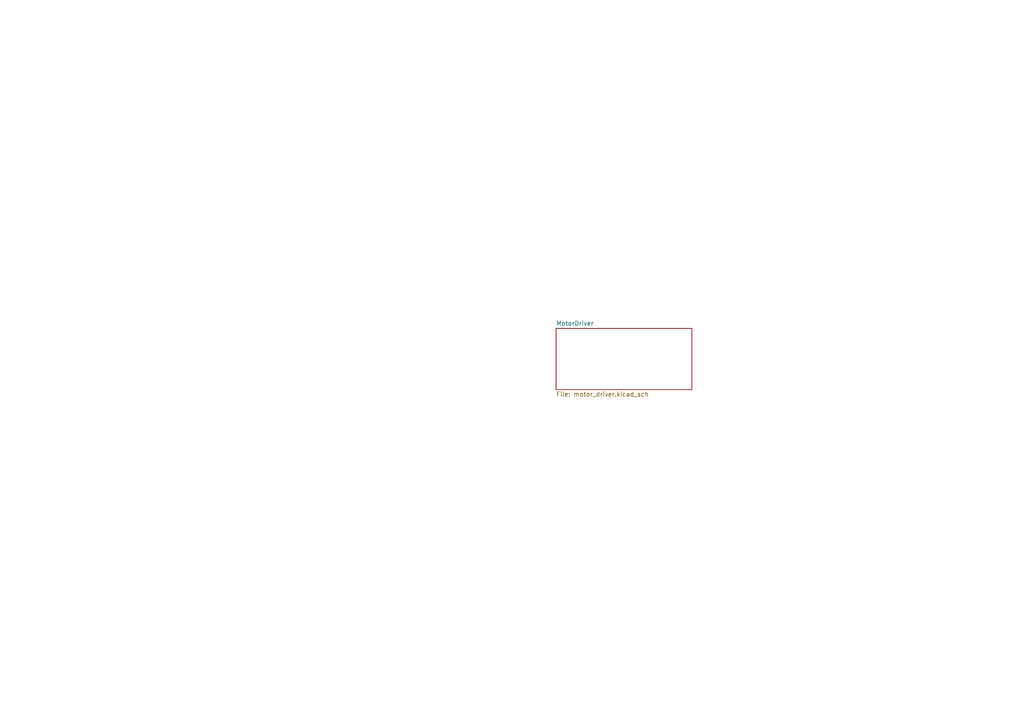
<source format=kicad_sch>
(kicad_sch (version 20211123) (generator eeschema)
  (paper "A4")
  (title_block (title "GB Robot") (rev "0"))
  (lib_symbols)
  (sheet (at 161.29 95.25) (size 39.37 17.78) (stroke (width 0.1524))
    (property "Sheet name" "MotorDriver" (at 161.29 94.5384 0) (effects (justify left bottom)))
    (property "Sheet file" "motor_driver.kicad_sch" (at 161.29 113.6146 0) (effects (justify left top)))
  )
)
</source>
